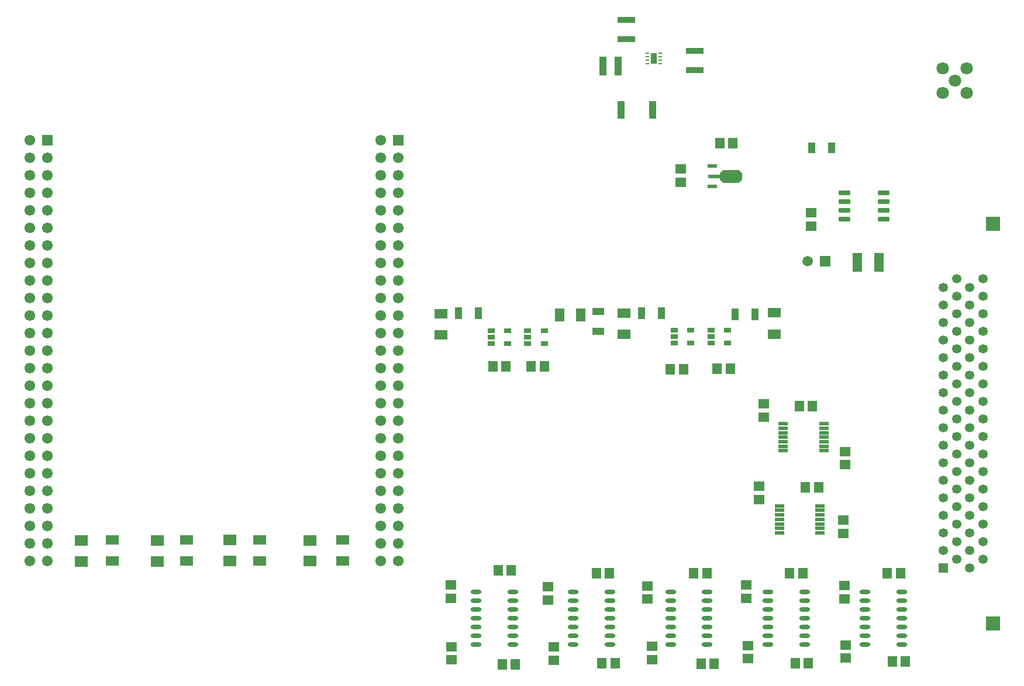
<source format=gbr>
%TF.GenerationSoftware,Altium Limited,Altium Designer,19.0.15 (446)*%
G04 Layer_Color=255*
%FSLAX26Y26*%
%MOIN*%
%TF.FileFunction,Pads,Top*%
%TF.Part,Single*%
G01*
G75*
%TA.AperFunction,SMDPad,CuDef*%
G04:AMPARAMS|DCode=10|XSize=74.803mil|YSize=125.984mil|CornerRadius=0mil|HoleSize=0mil|Usage=FLASHONLY|Rotation=90.000|XOffset=0mil|YOffset=0mil|HoleType=Round|Shape=Octagon|*
%AMOCTAGOND10*
4,1,8,-0.062992,-0.018701,-0.062992,0.018701,-0.044291,0.037402,0.044291,0.037402,0.062992,0.018701,0.062992,-0.018701,0.044291,-0.037402,-0.044291,-0.037402,-0.062992,-0.018701,0.0*
%
%ADD10OCTAGOND10*%

%ADD11R,0.055118X0.023622*%
%ADD12R,0.070866X0.023622*%
%ADD13R,0.019685X0.011024*%
%ADD14R,0.035433X0.062992*%
G04:AMPARAMS|DCode=15|XSize=25.591mil|YSize=64.961mil|CornerRadius=1.919mil|HoleSize=0mil|Usage=FLASHONLY|Rotation=90.000|XOffset=0mil|YOffset=0mil|HoleType=Round|Shape=RoundedRectangle|*
%AMROUNDEDRECTD15*
21,1,0.025591,0.061122,0,0,90.0*
21,1,0.021752,0.064961,0,0,90.0*
1,1,0.003839,0.030561,0.010876*
1,1,0.003839,0.030561,-0.010876*
1,1,0.003839,-0.030561,-0.010876*
1,1,0.003839,-0.030561,0.010876*
%
%ADD15ROUNDEDRECTD15*%
%ADD16R,0.043307X0.025591*%
G04:AMPARAMS|DCode=17|XSize=17.716mil|YSize=55.118mil|CornerRadius=1.949mil|HoleSize=0mil|Usage=FLASHONLY|Rotation=90.000|XOffset=0mil|YOffset=0mil|HoleType=Round|Shape=RoundedRectangle|*
%AMROUNDEDRECTD17*
21,1,0.017716,0.051221,0,0,90.0*
21,1,0.013819,0.055118,0,0,90.0*
1,1,0.003898,0.025610,0.006910*
1,1,0.003898,0.025610,-0.006910*
1,1,0.003898,-0.025610,-0.006910*
1,1,0.003898,-0.025610,0.006910*
%
%ADD17ROUNDEDRECTD17*%
%ADD18O,0.061024X0.023622*%
%ADD19R,0.074803X0.059055*%
%ADD20R,0.072835X0.053150*%
%ADD21R,0.041339X0.102362*%
%ADD22R,0.043307X0.064961*%
%ADD23R,0.057087X0.110236*%
%ADD24R,0.066929X0.043307*%
%ADD25R,0.053150X0.072835*%
%ADD26R,0.043307X0.066929*%
%ADD27R,0.078740X0.078740*%
%ADD28R,0.039370X0.106299*%
%ADD29R,0.055301X0.061268*%
%ADD30R,0.061268X0.055301*%
%ADD31R,0.102362X0.037402*%
%TA.AperFunction,ComponentPad*%
%ADD36C,0.053150*%
%ADD37R,0.053150X0.053150*%
%ADD38C,0.061024*%
%ADD39R,0.061024X0.061024*%
%ADD40C,0.070866*%
%ADD41R,0.059055X0.059055*%
%ADD42C,0.059055*%
D10*
X4129134Y2863780D02*
D03*
D11*
X4022835Y2804724D02*
D03*
Y2922835D02*
D03*
D12*
X4030709Y2863780D02*
D03*
D13*
X3726693Y3506024D02*
D03*
Y3525709D02*
D03*
Y3545394D02*
D03*
Y3565079D02*
D03*
X3651890D02*
D03*
Y3545394D02*
D03*
Y3525709D02*
D03*
Y3506024D02*
D03*
D14*
X3689291Y3535552D02*
D03*
D15*
X4999016Y2619814D02*
D03*
Y2669814D02*
D03*
Y2719814D02*
D03*
Y2769814D02*
D03*
X4776575Y2619814D02*
D03*
Y2669814D02*
D03*
Y2719814D02*
D03*
Y2769814D02*
D03*
D16*
X2969855Y1983071D02*
D03*
Y1945670D02*
D03*
Y1908268D02*
D03*
X3064344D02*
D03*
Y1983071D02*
D03*
X2760407D02*
D03*
Y1945670D02*
D03*
Y1908268D02*
D03*
X2854895D02*
D03*
Y1983071D02*
D03*
X4014341Y1986221D02*
D03*
Y1948819D02*
D03*
Y1911418D02*
D03*
X4108829D02*
D03*
Y1986221D02*
D03*
X3804892D02*
D03*
Y1948819D02*
D03*
Y1911418D02*
D03*
X3899381D02*
D03*
Y1986221D02*
D03*
D17*
X4404331Y983465D02*
D03*
Y957874D02*
D03*
Y932284D02*
D03*
Y906693D02*
D03*
Y881102D02*
D03*
Y855512D02*
D03*
Y829921D02*
D03*
X4636614Y983465D02*
D03*
Y957874D02*
D03*
Y932284D02*
D03*
Y906693D02*
D03*
Y881102D02*
D03*
Y855512D02*
D03*
Y829921D02*
D03*
X4425197Y1451575D02*
D03*
Y1425984D02*
D03*
Y1400394D02*
D03*
Y1374803D02*
D03*
Y1349213D02*
D03*
Y1323622D02*
D03*
Y1298032D02*
D03*
X4657480Y1451575D02*
D03*
Y1425984D02*
D03*
Y1400394D02*
D03*
Y1374803D02*
D03*
Y1349213D02*
D03*
Y1323622D02*
D03*
Y1298032D02*
D03*
D18*
X4892411Y493766D02*
D03*
Y443766D02*
D03*
Y393766D02*
D03*
Y343766D02*
D03*
Y293766D02*
D03*
Y243766D02*
D03*
Y193766D02*
D03*
X5101072Y493766D02*
D03*
Y443766D02*
D03*
Y393766D02*
D03*
Y343766D02*
D03*
Y293766D02*
D03*
Y243766D02*
D03*
Y193766D02*
D03*
X4338304Y493766D02*
D03*
Y443766D02*
D03*
Y393766D02*
D03*
Y343766D02*
D03*
Y293766D02*
D03*
Y243766D02*
D03*
Y193766D02*
D03*
X4546966Y493766D02*
D03*
Y443766D02*
D03*
Y393766D02*
D03*
Y343766D02*
D03*
Y293766D02*
D03*
Y243766D02*
D03*
Y193766D02*
D03*
X3784197Y493766D02*
D03*
Y443766D02*
D03*
Y393766D02*
D03*
Y343766D02*
D03*
Y293766D02*
D03*
Y243766D02*
D03*
Y193766D02*
D03*
X3992859Y493766D02*
D03*
Y443766D02*
D03*
Y393766D02*
D03*
Y343766D02*
D03*
Y293766D02*
D03*
Y243766D02*
D03*
Y193766D02*
D03*
X3230091Y493766D02*
D03*
Y443766D02*
D03*
Y393766D02*
D03*
Y343766D02*
D03*
Y293766D02*
D03*
Y243766D02*
D03*
Y193766D02*
D03*
X3438752Y493766D02*
D03*
Y443766D02*
D03*
Y393766D02*
D03*
Y343766D02*
D03*
Y293766D02*
D03*
Y243766D02*
D03*
Y193766D02*
D03*
X2675984Y493766D02*
D03*
Y443766D02*
D03*
Y393766D02*
D03*
Y343766D02*
D03*
Y293766D02*
D03*
Y243766D02*
D03*
Y193766D02*
D03*
X2884646Y493766D02*
D03*
Y443766D02*
D03*
Y393766D02*
D03*
Y343766D02*
D03*
Y293766D02*
D03*
Y243766D02*
D03*
Y193766D02*
D03*
D19*
X1270866Y787797D02*
D03*
Y669687D02*
D03*
X1729921Y786221D02*
D03*
Y668111D02*
D03*
X424016Y785434D02*
D03*
Y667323D02*
D03*
X857480Y785040D02*
D03*
Y666930D02*
D03*
D20*
X1440945Y790749D02*
D03*
Y670670D02*
D03*
X1915354Y789174D02*
D03*
Y669095D02*
D03*
X600394Y788386D02*
D03*
Y668308D02*
D03*
X1024803Y787993D02*
D03*
Y667914D02*
D03*
X2474803Y2079331D02*
D03*
Y1959252D02*
D03*
X4374016Y2084449D02*
D03*
Y1964370D02*
D03*
X3517716Y2081299D02*
D03*
Y1961220D02*
D03*
D21*
X3503543Y3244095D02*
D03*
X3680709D02*
D03*
D22*
X4701378Y3026772D02*
D03*
X4589173D02*
D03*
D23*
X4970276Y2372441D02*
D03*
X4850197D02*
D03*
D24*
X3371449Y1979528D02*
D03*
Y2093701D02*
D03*
D25*
X3272030Y2071260D02*
D03*
X3151951D02*
D03*
D26*
X2688583Y2083071D02*
D03*
X2574410D02*
D03*
X4152362Y2076378D02*
D03*
X4266535D02*
D03*
X3732284Y2082677D02*
D03*
X3618110D02*
D03*
D27*
X5621279Y2594129D02*
D03*
Y314129D02*
D03*
D28*
X3399213Y3492913D02*
D03*
X3485827D02*
D03*
D29*
X4065215Y3053012D02*
D03*
X4140080D02*
D03*
X2988945Y1779921D02*
D03*
X3063810D02*
D03*
X2770835D02*
D03*
X2845700D02*
D03*
X4049575Y1766142D02*
D03*
X4124440D02*
D03*
X3782253Y1764173D02*
D03*
X3857117D02*
D03*
X4627196Y1089370D02*
D03*
X4552331D02*
D03*
X4592157Y1554069D02*
D03*
X4517292D02*
D03*
X5122078Y94488D02*
D03*
X5047213D02*
D03*
X5094913Y600000D02*
D03*
X5020048D02*
D03*
X4569322Y86221D02*
D03*
X4494457D02*
D03*
X4537826Y599213D02*
D03*
X4462961D02*
D03*
X4033102Y82284D02*
D03*
X3958237D02*
D03*
X3991369Y600000D02*
D03*
X3916505D02*
D03*
X3466960Y85827D02*
D03*
X3392095D02*
D03*
X3435858Y599213D02*
D03*
X3360993D02*
D03*
X2900031Y79921D02*
D03*
X2825166D02*
D03*
X2875228Y614961D02*
D03*
X2800363D02*
D03*
D30*
X3841339Y2904755D02*
D03*
Y2829890D02*
D03*
X4584537Y2579753D02*
D03*
Y2654618D02*
D03*
X4288583Y1020835D02*
D03*
Y1095700D02*
D03*
X4313779Y1490914D02*
D03*
Y1565779D02*
D03*
X4769685Y902393D02*
D03*
Y827528D02*
D03*
X4779921Y1292944D02*
D03*
Y1218079D02*
D03*
X4780709Y114930D02*
D03*
Y189795D02*
D03*
X4773622Y528377D02*
D03*
Y453512D02*
D03*
X4223622Y112174D02*
D03*
Y187039D02*
D03*
X4214961Y531527D02*
D03*
Y456662D02*
D03*
X3678740Y107056D02*
D03*
Y181921D02*
D03*
X3651968Y526409D02*
D03*
Y451544D02*
D03*
X3117323Y103119D02*
D03*
Y177984D02*
D03*
X3084646Y521291D02*
D03*
Y446426D02*
D03*
X2535039Y105906D02*
D03*
Y180770D02*
D03*
X2533465Y531133D02*
D03*
Y456268D02*
D03*
D31*
X3922441Y3578346D02*
D03*
Y3468110D02*
D03*
X3531496Y3646457D02*
D03*
Y3756693D02*
D03*
D36*
X5563780Y2279129D02*
D03*
Y2179129D02*
D03*
Y2079129D02*
D03*
Y1979129D02*
D03*
Y1879129D02*
D03*
Y1779129D02*
D03*
Y1679129D02*
D03*
Y1579129D02*
D03*
Y1479129D02*
D03*
Y1379129D02*
D03*
Y1279129D02*
D03*
Y1179129D02*
D03*
Y1079129D02*
D03*
Y979129D02*
D03*
Y879129D02*
D03*
Y779129D02*
D03*
X5488778Y2229129D02*
D03*
Y2129129D02*
D03*
Y2029129D02*
D03*
Y1929129D02*
D03*
Y1829129D02*
D03*
Y1729129D02*
D03*
Y1629129D02*
D03*
Y1529129D02*
D03*
Y1429129D02*
D03*
Y1329129D02*
D03*
Y1229129D02*
D03*
Y1129129D02*
D03*
Y1029129D02*
D03*
Y929129D02*
D03*
Y829129D02*
D03*
Y729129D02*
D03*
X5563780Y679129D02*
D03*
X5488778Y629129D02*
D03*
X5413780Y2279129D02*
D03*
Y2179129D02*
D03*
Y2079129D02*
D03*
Y1979129D02*
D03*
Y1879129D02*
D03*
Y1779129D02*
D03*
Y1679129D02*
D03*
Y1579129D02*
D03*
Y1479129D02*
D03*
Y1379129D02*
D03*
Y1279129D02*
D03*
Y1179129D02*
D03*
Y1079129D02*
D03*
Y979129D02*
D03*
Y879129D02*
D03*
Y779129D02*
D03*
Y679129D02*
D03*
X5338778Y2229129D02*
D03*
Y2129129D02*
D03*
Y2029129D02*
D03*
Y1929129D02*
D03*
Y1829129D02*
D03*
Y1729129D02*
D03*
Y1629129D02*
D03*
Y1529129D02*
D03*
Y1429129D02*
D03*
Y1329129D02*
D03*
Y1229129D02*
D03*
Y1129129D02*
D03*
Y1029129D02*
D03*
Y929129D02*
D03*
Y829129D02*
D03*
Y729129D02*
D03*
D37*
Y629129D02*
D03*
D38*
X2131417Y670119D02*
D03*
Y770119D02*
D03*
Y870119D02*
D03*
Y970119D02*
D03*
Y1070119D02*
D03*
Y1170119D02*
D03*
Y1270119D02*
D03*
Y1370119D02*
D03*
Y1470119D02*
D03*
Y1570119D02*
D03*
Y1670119D02*
D03*
Y1770119D02*
D03*
Y1870119D02*
D03*
Y1970119D02*
D03*
Y2070119D02*
D03*
Y2170119D02*
D03*
Y2270119D02*
D03*
Y2370119D02*
D03*
Y2470119D02*
D03*
Y2570119D02*
D03*
Y2670119D02*
D03*
Y2770119D02*
D03*
Y2870119D02*
D03*
Y2970119D02*
D03*
Y3070119D02*
D03*
X2231417Y670119D02*
D03*
Y770119D02*
D03*
Y870119D02*
D03*
Y970119D02*
D03*
Y1070119D02*
D03*
Y1170119D02*
D03*
Y1270119D02*
D03*
Y1370119D02*
D03*
Y1470119D02*
D03*
Y1570119D02*
D03*
Y1670119D02*
D03*
Y1770119D02*
D03*
Y1870119D02*
D03*
Y1970119D02*
D03*
Y2070119D02*
D03*
Y2170119D02*
D03*
Y2270119D02*
D03*
Y2370119D02*
D03*
Y2470119D02*
D03*
Y2570119D02*
D03*
Y2670119D02*
D03*
Y2770119D02*
D03*
Y2870119D02*
D03*
Y2970119D02*
D03*
X131417Y670119D02*
D03*
Y770119D02*
D03*
Y870119D02*
D03*
Y970119D02*
D03*
Y1070119D02*
D03*
Y1170119D02*
D03*
Y1270119D02*
D03*
Y1370119D02*
D03*
Y1470119D02*
D03*
Y1570119D02*
D03*
Y1670119D02*
D03*
Y1770119D02*
D03*
Y1870119D02*
D03*
Y1970119D02*
D03*
Y2070119D02*
D03*
Y2170119D02*
D03*
Y2270119D02*
D03*
Y2370119D02*
D03*
Y2470119D02*
D03*
Y2570119D02*
D03*
Y2670119D02*
D03*
Y2770119D02*
D03*
Y2870119D02*
D03*
Y2970119D02*
D03*
Y3070119D02*
D03*
X231417Y670119D02*
D03*
Y770119D02*
D03*
Y870119D02*
D03*
Y970119D02*
D03*
Y1070119D02*
D03*
Y1170119D02*
D03*
Y1270119D02*
D03*
Y1370119D02*
D03*
Y1470119D02*
D03*
Y1570119D02*
D03*
Y1670119D02*
D03*
Y1770119D02*
D03*
Y1870119D02*
D03*
Y1970119D02*
D03*
Y2070119D02*
D03*
Y2170119D02*
D03*
Y2270119D02*
D03*
Y2370119D02*
D03*
Y2470119D02*
D03*
Y2570119D02*
D03*
Y2670119D02*
D03*
Y2770119D02*
D03*
Y2870119D02*
D03*
Y2970119D02*
D03*
D39*
X2231417Y3070119D02*
D03*
X231417D02*
D03*
D40*
X5403631Y3408573D02*
D03*
X5334034Y3478171D02*
D03*
Y3338976D02*
D03*
X5473228Y3478171D02*
D03*
Y3338976D02*
D03*
D41*
X4664173Y2380710D02*
D03*
D42*
X4564173D02*
D03*
%TF.MD5,918a783efa27f1d5d749e232fa4add41*%
M02*

</source>
